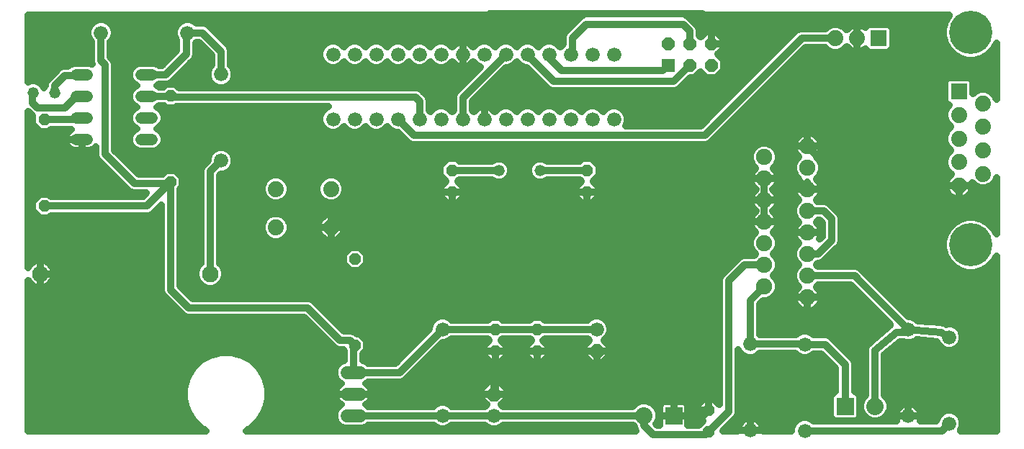
<source format=gbl>
G75*
%MOIN*%
%OFA0B0*%
%FSLAX25Y25*%
%IPPOS*%
%LPD*%
%AMOC8*
5,1,8,0,0,1.08239X$1,22.5*
%
%ADD10C,0.07677*%
%ADD11OC8,0.05600*%
%ADD12C,0.06600*%
%ADD13C,0.05200*%
%ADD14R,0.06000X0.06000*%
%ADD15OC8,0.06000*%
%ADD16R,0.07400X0.07400*%
%ADD17C,0.07400*%
%ADD18C,0.05200*%
%ADD19OC8,0.05200*%
%ADD20C,0.07480*%
%ADD21R,0.08000X0.08000*%
%ADD22C,0.08000*%
%ADD23C,0.20000*%
%ADD24C,0.06000*%
%ADD25OC8,0.06600*%
%ADD26C,0.03200*%
D10*
X0015011Y0082039D03*
X0093752Y0082039D03*
D11*
X0205661Y0120011D03*
X0205661Y0130011D03*
X0268161Y0130011D03*
X0268161Y0120011D03*
X0245100Y0056350D03*
X0225661Y0056261D03*
X0225661Y0046261D03*
X0245100Y0046350D03*
X0324539Y0018939D03*
X0324539Y0008939D03*
D12*
X0343761Y0009539D03*
X0368939Y0009411D03*
X0416911Y0016261D03*
X0435789Y0012689D03*
X0368939Y0049411D03*
X0343761Y0049539D03*
X0272600Y0056350D03*
X0201350Y0056350D03*
X0201350Y0016350D03*
X0225100Y0016350D03*
X0416911Y0056261D03*
X0435789Y0052689D03*
X0280661Y0153761D03*
X0270661Y0153761D03*
X0260661Y0153761D03*
X0250661Y0153761D03*
X0240661Y0153761D03*
X0230661Y0153761D03*
X0220661Y0153761D03*
X0210661Y0153761D03*
X0200661Y0153761D03*
X0190661Y0153761D03*
X0180661Y0153761D03*
X0170661Y0153761D03*
X0160661Y0153761D03*
X0150661Y0153761D03*
X0098761Y0134539D03*
X0098761Y0174539D03*
X0083161Y0193761D03*
X0043161Y0193761D03*
X0150661Y0183761D03*
X0160661Y0183761D03*
X0170661Y0183761D03*
X0180661Y0183761D03*
X0190661Y0183761D03*
X0200661Y0183761D03*
X0210661Y0183761D03*
X0220661Y0183761D03*
X0230661Y0183761D03*
X0240661Y0183761D03*
X0250661Y0183761D03*
X0260661Y0183761D03*
X0270661Y0183761D03*
X0280661Y0183761D03*
D13*
X0066893Y0174381D02*
X0061693Y0174381D01*
X0061693Y0164381D02*
X0066893Y0164381D01*
X0066893Y0154381D02*
X0061693Y0154381D01*
X0061693Y0144381D02*
X0066893Y0144381D01*
X0036893Y0144381D02*
X0031693Y0144381D01*
X0031693Y0154381D02*
X0036893Y0154381D01*
X0036893Y0164381D02*
X0031693Y0164381D01*
X0031693Y0174381D02*
X0036893Y0174381D01*
D14*
X0305661Y0178761D03*
D15*
X0315661Y0178761D03*
X0325661Y0178761D03*
X0325661Y0188761D03*
X0315661Y0188761D03*
X0305661Y0188761D03*
D16*
X0403161Y0191261D03*
X0440317Y0166507D03*
D17*
X0451498Y0161035D03*
X0440317Y0155602D03*
X0451498Y0150130D03*
X0440317Y0144696D03*
X0451498Y0139263D03*
X0440317Y0133791D03*
X0451498Y0128358D03*
X0440317Y0122885D03*
X0393161Y0191261D03*
X0383161Y0191261D03*
X0149711Y0121411D03*
X0124111Y0121411D03*
X0124111Y0103611D03*
X0149711Y0103611D03*
D18*
X0227411Y0130011D03*
X0246411Y0130011D03*
X0021744Y0166094D03*
X0011744Y0166094D03*
D19*
X0016980Y0153466D03*
X0075464Y0164480D03*
X0075464Y0124480D03*
X0016980Y0113466D03*
X0160789Y0088939D03*
X0160789Y0048939D03*
D20*
X0350198Y0076202D03*
X0350198Y0086202D03*
X0370198Y0081202D03*
X0370198Y0071202D03*
X0370198Y0091202D03*
X0370198Y0101202D03*
X0350198Y0096202D03*
X0350198Y0106202D03*
X0350198Y0116202D03*
X0370198Y0111202D03*
X0370198Y0121202D03*
X0350198Y0126202D03*
X0370198Y0131202D03*
X0370198Y0141202D03*
X0350198Y0136202D03*
D21*
X0387689Y0020661D03*
X0308289Y0016439D03*
D22*
X0294509Y0016439D03*
X0401468Y0020661D03*
D23*
X0445907Y0095484D03*
X0445907Y0193909D03*
D24*
X0163100Y0036350D02*
X0157100Y0036350D01*
X0157100Y0026350D02*
X0163100Y0026350D01*
X0163100Y0016350D02*
X0157100Y0016350D01*
D25*
X0225100Y0026350D03*
X0272600Y0046350D03*
D26*
X0009320Y0079020D02*
X0009320Y0009379D01*
X0091894Y0009379D01*
X0089250Y0010906D01*
X0085656Y0014500D01*
X0083115Y0018900D01*
X0081800Y0023809D01*
X0081800Y0028891D01*
X0083115Y0033800D01*
X0085656Y0038200D01*
X0089250Y0041794D01*
X0093650Y0044335D01*
X0098559Y0045650D01*
X0103641Y0045650D01*
X0108550Y0044335D01*
X0112950Y0041794D01*
X0116544Y0038200D01*
X0119085Y0033800D01*
X0120400Y0028891D01*
X0120400Y0023809D01*
X0119085Y0018900D01*
X0116544Y0014500D01*
X0112950Y0010906D01*
X0110306Y0009379D01*
X0290848Y0009379D01*
X0290779Y0009448D01*
X0290109Y0011065D01*
X0290109Y0011222D01*
X0289381Y0011950D01*
X0229327Y0011950D01*
X0228555Y0011179D01*
X0226313Y0010250D01*
X0223887Y0010250D01*
X0221645Y0011179D01*
X0220873Y0011950D01*
X0205577Y0011950D01*
X0204805Y0011179D01*
X0202563Y0010250D01*
X0200137Y0010250D01*
X0197895Y0011179D01*
X0197123Y0011950D01*
X0166902Y0011950D01*
X0166385Y0011433D01*
X0164254Y0010550D01*
X0155946Y0010550D01*
X0153815Y0011433D01*
X0152183Y0013065D01*
X0151300Y0015196D01*
X0151300Y0017504D01*
X0152183Y0019635D01*
X0153815Y0021267D01*
X0154326Y0021479D01*
X0154165Y0021560D01*
X0153452Y0022079D01*
X0152829Y0022702D01*
X0152310Y0023415D01*
X0151910Y0024200D01*
X0151638Y0025039D01*
X0151500Y0025909D01*
X0151500Y0026350D01*
X0160100Y0026350D01*
X0225100Y0026350D01*
X0225661Y0026911D01*
X0225661Y0046261D01*
X0225661Y0040861D01*
X0227898Y0040861D01*
X0231061Y0044025D01*
X0231061Y0046261D01*
X0225661Y0046261D01*
X0225661Y0046261D01*
X0225661Y0040861D01*
X0223424Y0040861D01*
X0220261Y0044025D01*
X0220261Y0046261D01*
X0225661Y0046261D01*
X0225661Y0046261D01*
X0225661Y0046261D01*
X0225750Y0046350D01*
X0245100Y0046350D01*
X0272600Y0046350D01*
X0293850Y0046350D01*
X0308289Y0031911D01*
X0308289Y0016439D01*
X0308289Y0016439D01*
X0308289Y0023039D01*
X0304033Y0023039D01*
X0303531Y0022939D01*
X0303057Y0022743D01*
X0302632Y0022458D01*
X0302269Y0022096D01*
X0301985Y0021670D01*
X0301789Y0021197D01*
X0301689Y0020695D01*
X0301689Y0016439D01*
X0308289Y0016439D01*
X0308289Y0023039D01*
X0312545Y0023039D01*
X0313047Y0022939D01*
X0313521Y0022743D01*
X0313946Y0022458D01*
X0314309Y0022096D01*
X0314593Y0021670D01*
X0314789Y0021197D01*
X0314889Y0020695D01*
X0314889Y0016439D01*
X0308289Y0016439D01*
X0308289Y0016439D01*
X0308289Y0016439D01*
X0322039Y0016439D01*
X0324539Y0018939D01*
X0324539Y0018939D01*
X0324539Y0024339D01*
X0322302Y0024339D01*
X0319139Y0021175D01*
X0319139Y0018939D01*
X0324539Y0018939D01*
X0324539Y0024339D01*
X0326776Y0024339D01*
X0329450Y0021664D01*
X0329450Y0077975D01*
X0329450Y0079725D01*
X0330120Y0081342D01*
X0337472Y0088695D01*
X0338710Y0089932D01*
X0340327Y0090602D01*
X0345349Y0090602D01*
X0345949Y0091202D01*
X0344654Y0092498D01*
X0343658Y0094901D01*
X0343658Y0097503D01*
X0344654Y0099907D01*
X0346094Y0101347D01*
X0346068Y0101366D01*
X0345362Y0102072D01*
X0344776Y0102879D01*
X0344323Y0103769D01*
X0344014Y0104718D01*
X0343858Y0105703D01*
X0343858Y0106202D01*
X0350198Y0106202D01*
X0350198Y0106202D01*
X0343858Y0106202D01*
X0343858Y0106701D01*
X0344014Y0107687D01*
X0344323Y0108636D01*
X0344776Y0109525D01*
X0345362Y0110333D01*
X0346068Y0111038D01*
X0346294Y0111202D01*
X0346068Y0111366D01*
X0345362Y0112072D01*
X0344776Y0112879D01*
X0344323Y0113769D01*
X0344014Y0114718D01*
X0343858Y0115703D01*
X0343858Y0116202D01*
X0350198Y0116202D01*
X0350198Y0116202D01*
X0350198Y0116202D01*
X0350198Y0106202D01*
X0350198Y0106202D01*
X0350199Y0106202D02*
X0350199Y0106202D01*
X0356539Y0106202D01*
X0356539Y0105703D01*
X0356382Y0104718D01*
X0356074Y0103769D01*
X0355621Y0102879D01*
X0355034Y0102072D01*
X0354329Y0101366D01*
X0354303Y0101347D01*
X0355743Y0099907D01*
X0356739Y0097503D01*
X0356739Y0094901D01*
X0355743Y0092498D01*
X0354448Y0091202D01*
X0355743Y0089907D01*
X0356739Y0087503D01*
X0356739Y0084901D01*
X0355743Y0082498D01*
X0354448Y0081202D01*
X0355743Y0079907D01*
X0356739Y0077503D01*
X0356739Y0074901D01*
X0355743Y0072498D01*
X0353903Y0070658D01*
X0351499Y0069662D01*
X0349881Y0069662D01*
X0348161Y0067943D01*
X0348161Y0053939D01*
X0364840Y0053939D01*
X0365483Y0054582D01*
X0367725Y0055511D01*
X0370152Y0055511D01*
X0372394Y0054582D01*
X0373165Y0053811D01*
X0379164Y0053811D01*
X0380781Y0053141D01*
X0390092Y0043830D01*
X0391330Y0042592D01*
X0392000Y0040975D01*
X0392000Y0027461D01*
X0392246Y0027461D01*
X0393275Y0027035D01*
X0394062Y0026247D01*
X0394489Y0025218D01*
X0394489Y0016104D01*
X0394062Y0015075D01*
X0393275Y0014287D01*
X0392246Y0013861D01*
X0383132Y0013861D01*
X0382103Y0014287D01*
X0381315Y0015075D01*
X0380889Y0016104D01*
X0380889Y0025218D01*
X0381315Y0026247D01*
X0382103Y0027035D01*
X0383132Y0027461D01*
X0383200Y0027461D01*
X0383200Y0038277D01*
X0376466Y0045011D01*
X0373165Y0045011D01*
X0372394Y0044240D01*
X0370152Y0043311D01*
X0367725Y0043311D01*
X0365483Y0044240D01*
X0364584Y0045139D01*
X0347988Y0045139D01*
X0347217Y0044368D01*
X0344975Y0043439D01*
X0342548Y0043439D01*
X0340306Y0044368D01*
X0338590Y0046084D01*
X0338250Y0046905D01*
X0338250Y0017374D01*
X0337580Y0015757D01*
X0336342Y0014519D01*
X0331202Y0009379D01*
X0337861Y0009379D01*
X0337861Y0009539D01*
X0343761Y0009539D01*
X0343761Y0009539D01*
X0337861Y0009539D01*
X0337861Y0010003D01*
X0338007Y0010921D01*
X0338294Y0011804D01*
X0338715Y0012631D01*
X0339261Y0013383D01*
X0339918Y0014039D01*
X0340669Y0014585D01*
X0341497Y0015007D01*
X0342380Y0015294D01*
X0343297Y0015439D01*
X0343761Y0015439D01*
X0343761Y0009539D01*
X0343761Y0009539D01*
X0343761Y0015439D01*
X0344226Y0015439D01*
X0345143Y0015294D01*
X0346026Y0015007D01*
X0346854Y0014585D01*
X0347605Y0014039D01*
X0348262Y0013383D01*
X0348808Y0012631D01*
X0349229Y0011804D01*
X0349516Y0010921D01*
X0349661Y0010003D01*
X0349661Y0009539D01*
X0343762Y0009539D01*
X0343762Y0009539D01*
X0349661Y0009539D01*
X0349661Y0009379D01*
X0362839Y0009379D01*
X0362839Y0010624D01*
X0363767Y0012866D01*
X0365483Y0014582D01*
X0367725Y0015511D01*
X0370152Y0015511D01*
X0372394Y0014582D01*
X0373165Y0013811D01*
X0411538Y0013811D01*
X0411443Y0013997D01*
X0411156Y0014880D01*
X0411011Y0015797D01*
X0411011Y0016261D01*
X0416911Y0016261D01*
X0416911Y0016261D01*
X0416911Y0016261D01*
X0422811Y0016261D01*
X0422811Y0015797D01*
X0422666Y0014880D01*
X0422379Y0013997D01*
X0422284Y0013811D01*
X0429689Y0013811D01*
X0429689Y0013902D01*
X0430618Y0016144D01*
X0432334Y0017860D01*
X0434576Y0018789D01*
X0437002Y0018789D01*
X0439244Y0017860D01*
X0440960Y0016144D01*
X0441889Y0013902D01*
X0441889Y0011475D01*
X0441021Y0009379D01*
X0457750Y0009379D01*
X0457750Y0090396D01*
X0456150Y0087624D01*
X0453766Y0085241D01*
X0450848Y0083556D01*
X0447592Y0082684D01*
X0444222Y0082684D01*
X0440966Y0083556D01*
X0438048Y0085241D01*
X0435665Y0087624D01*
X0433979Y0090543D01*
X0433107Y0093799D01*
X0433107Y0097169D01*
X0433979Y0100424D01*
X0435665Y0103343D01*
X0438048Y0105726D01*
X0440966Y0107412D01*
X0444222Y0108284D01*
X0447592Y0108284D01*
X0450848Y0107412D01*
X0453766Y0105726D01*
X0456150Y0103343D01*
X0457750Y0100571D01*
X0457750Y0126467D01*
X0457008Y0124676D01*
X0455180Y0122847D01*
X0452791Y0121858D01*
X0450205Y0121858D01*
X0447816Y0122847D01*
X0446491Y0124172D01*
X0446617Y0123381D01*
X0446617Y0122885D01*
X0440317Y0122885D01*
X0440317Y0122885D01*
X0440317Y0116585D01*
X0440812Y0116585D01*
X0441792Y0116741D01*
X0442735Y0117047D01*
X0443618Y0117497D01*
X0444421Y0118080D01*
X0445122Y0118781D01*
X0445705Y0119584D01*
X0446155Y0120467D01*
X0446461Y0121410D01*
X0446617Y0122390D01*
X0446617Y0122885D01*
X0440317Y0122885D01*
X0440316Y0122885D01*
X0434017Y0122885D01*
X0434017Y0122390D01*
X0434172Y0121410D01*
X0434478Y0120467D01*
X0434928Y0119584D01*
X0435511Y0118781D01*
X0436212Y0118080D01*
X0437015Y0117497D01*
X0437898Y0117047D01*
X0438841Y0116741D01*
X0439821Y0116585D01*
X0440316Y0116585D01*
X0440316Y0122885D01*
X0440316Y0122885D01*
X0434017Y0122885D01*
X0434017Y0123381D01*
X0434172Y0124361D01*
X0434478Y0125304D01*
X0434928Y0126187D01*
X0435511Y0126990D01*
X0436212Y0127691D01*
X0436883Y0128178D01*
X0436635Y0128281D01*
X0434806Y0130109D01*
X0433817Y0132498D01*
X0433817Y0135084D01*
X0434806Y0137473D01*
X0436577Y0139244D01*
X0434806Y0141014D01*
X0433817Y0143404D01*
X0433817Y0145989D01*
X0434806Y0148378D01*
X0436577Y0150149D01*
X0434806Y0151920D01*
X0433817Y0154309D01*
X0433817Y0156895D01*
X0434806Y0159284D01*
X0435685Y0160163D01*
X0435030Y0160434D01*
X0434243Y0161221D01*
X0433817Y0162251D01*
X0433817Y0170764D01*
X0434243Y0171794D01*
X0435030Y0172581D01*
X0436060Y0173007D01*
X0444573Y0173007D01*
X0445603Y0172581D01*
X0446390Y0171794D01*
X0446817Y0170764D01*
X0446817Y0165546D01*
X0447816Y0166545D01*
X0450205Y0167535D01*
X0452791Y0167535D01*
X0455180Y0166545D01*
X0457008Y0164717D01*
X0457750Y0162926D01*
X0457750Y0188822D01*
X0456150Y0186050D01*
X0453766Y0183666D01*
X0450848Y0181981D01*
X0447592Y0181109D01*
X0444222Y0181109D01*
X0440966Y0181981D01*
X0438048Y0183666D01*
X0435665Y0186050D01*
X0433979Y0188968D01*
X0433107Y0192224D01*
X0433107Y0195594D01*
X0433979Y0198850D01*
X0435665Y0201768D01*
X0435800Y0201904D01*
X0313708Y0201904D01*
X0315092Y0201330D01*
X0316330Y0200092D01*
X0319391Y0197031D01*
X0320061Y0195414D01*
X0320061Y0192564D01*
X0320802Y0191822D01*
X0323341Y0194361D01*
X0325661Y0194361D01*
X0325661Y0188762D01*
X0325661Y0194361D01*
X0327981Y0194361D01*
X0331261Y0191081D01*
X0331261Y0188761D01*
X0325661Y0188761D01*
X0325661Y0188761D01*
X0325661Y0198289D01*
X0321350Y0202600D01*
X0223161Y0202600D01*
X0210661Y0190100D01*
X0210661Y0183761D01*
X0210661Y0177861D01*
X0211125Y0177861D01*
X0212043Y0178007D01*
X0212926Y0178294D01*
X0213753Y0178715D01*
X0214505Y0179261D01*
X0215161Y0179918D01*
X0215473Y0180347D01*
X0215490Y0180306D01*
X0217206Y0178590D01*
X0218663Y0177986D01*
X0206931Y0166254D01*
X0206261Y0164637D01*
X0206261Y0157988D01*
X0205661Y0157388D01*
X0204116Y0158933D01*
X0201874Y0159861D01*
X0199448Y0159861D01*
X0197206Y0158933D01*
X0195661Y0157388D01*
X0195061Y0157988D01*
X0195061Y0162914D01*
X0194391Y0164531D01*
X0192580Y0166342D01*
X0191342Y0167580D01*
X0189725Y0168250D01*
X0079331Y0168250D01*
X0077701Y0169880D01*
X0073227Y0169880D01*
X0072129Y0168781D01*
X0070130Y0168781D01*
X0069952Y0168959D01*
X0068933Y0169381D01*
X0069952Y0169804D01*
X0070130Y0169981D01*
X0074007Y0169981D01*
X0075624Y0170651D01*
X0085092Y0180120D01*
X0086330Y0181358D01*
X0087000Y0182975D01*
X0087000Y0188974D01*
X0087388Y0189361D01*
X0088366Y0189361D01*
X0094450Y0183277D01*
X0094450Y0178854D01*
X0093590Y0177994D01*
X0092661Y0175752D01*
X0092661Y0173326D01*
X0093590Y0171084D01*
X0095306Y0169368D01*
X0097548Y0168439D01*
X0099975Y0168439D01*
X0102217Y0169368D01*
X0103933Y0171084D01*
X0104861Y0173326D01*
X0104861Y0175752D01*
X0103933Y0177994D01*
X0103250Y0178677D01*
X0103250Y0185975D01*
X0102580Y0187592D01*
X0101342Y0188830D01*
X0092681Y0197492D01*
X0091064Y0198161D01*
X0087388Y0198161D01*
X0086616Y0198933D01*
X0084374Y0199861D01*
X0081948Y0199861D01*
X0079706Y0198933D01*
X0077990Y0197217D01*
X0077061Y0194975D01*
X0077061Y0192548D01*
X0077990Y0190306D01*
X0078200Y0190096D01*
X0078200Y0185673D01*
X0071309Y0178781D01*
X0070130Y0178781D01*
X0069952Y0178959D01*
X0067967Y0179781D01*
X0060619Y0179781D01*
X0058634Y0178959D01*
X0057115Y0177440D01*
X0056293Y0175456D01*
X0056293Y0173307D01*
X0057115Y0171323D01*
X0058634Y0169804D01*
X0059653Y0169381D01*
X0058634Y0168959D01*
X0057115Y0167440D01*
X0056293Y0165456D01*
X0056293Y0163307D01*
X0057115Y0161323D01*
X0058634Y0159804D01*
X0059653Y0159381D01*
X0058634Y0158959D01*
X0057115Y0157440D01*
X0056293Y0155456D01*
X0056293Y0153307D01*
X0057115Y0151323D01*
X0058634Y0149804D01*
X0059653Y0149381D01*
X0058634Y0148959D01*
X0057115Y0147440D01*
X0056293Y0145456D01*
X0056293Y0143307D01*
X0057115Y0141323D01*
X0058634Y0139804D01*
X0060619Y0138981D01*
X0067967Y0138981D01*
X0069952Y0139804D01*
X0071471Y0141323D01*
X0072293Y0143307D01*
X0072293Y0145456D01*
X0071471Y0147440D01*
X0069952Y0148959D01*
X0068933Y0149381D01*
X0069952Y0149804D01*
X0071471Y0151323D01*
X0072293Y0153307D01*
X0072293Y0155456D01*
X0071471Y0157440D01*
X0069952Y0158959D01*
X0068933Y0159381D01*
X0069952Y0159804D01*
X0070130Y0159981D01*
X0072326Y0159981D01*
X0073227Y0159080D01*
X0077701Y0159080D01*
X0078071Y0159450D01*
X0148454Y0159450D01*
X0147206Y0158933D01*
X0145490Y0157217D01*
X0144561Y0154975D01*
X0144561Y0152548D01*
X0145490Y0150306D01*
X0147206Y0148590D01*
X0149448Y0147661D01*
X0151874Y0147661D01*
X0154116Y0148590D01*
X0155661Y0150135D01*
X0157206Y0148590D01*
X0159448Y0147661D01*
X0161874Y0147661D01*
X0164116Y0148590D01*
X0165661Y0150135D01*
X0167206Y0148590D01*
X0169448Y0147661D01*
X0171874Y0147661D01*
X0174116Y0148590D01*
X0175661Y0150135D01*
X0177206Y0148590D01*
X0179448Y0147661D01*
X0180538Y0147661D01*
X0185580Y0142620D01*
X0187197Y0141950D01*
X0323475Y0141950D01*
X0325092Y0142620D01*
X0369423Y0186950D01*
X0378280Y0186950D01*
X0379479Y0185751D01*
X0381868Y0184761D01*
X0384454Y0184761D01*
X0386843Y0185751D01*
X0388311Y0187219D01*
X0388356Y0187157D01*
X0389057Y0186456D01*
X0389859Y0185873D01*
X0390743Y0185423D01*
X0391686Y0185117D01*
X0392665Y0184961D01*
X0393161Y0184961D01*
X0393657Y0184961D01*
X0394636Y0185117D01*
X0395579Y0185423D01*
X0396463Y0185873D01*
X0396975Y0186245D01*
X0397087Y0185975D01*
X0397875Y0185188D01*
X0398904Y0184761D01*
X0407418Y0184761D01*
X0408447Y0185188D01*
X0409235Y0185975D01*
X0409661Y0187004D01*
X0409661Y0195518D01*
X0409235Y0196547D01*
X0408447Y0197335D01*
X0407418Y0197761D01*
X0398904Y0197761D01*
X0397875Y0197335D01*
X0397087Y0196547D01*
X0396975Y0196277D01*
X0396463Y0196650D01*
X0395579Y0197100D01*
X0394636Y0197406D01*
X0393657Y0197561D01*
X0393161Y0197561D01*
X0393161Y0191262D01*
X0393161Y0197561D01*
X0392665Y0197561D01*
X0391686Y0197406D01*
X0390743Y0197100D01*
X0389859Y0196650D01*
X0389057Y0196067D01*
X0388356Y0195366D01*
X0388311Y0195304D01*
X0386843Y0196772D01*
X0384454Y0197761D01*
X0381868Y0197761D01*
X0379479Y0196772D01*
X0378457Y0195750D01*
X0366725Y0195750D01*
X0365108Y0195080D01*
X0363870Y0193842D01*
X0320777Y0150750D01*
X0286016Y0150750D01*
X0286761Y0152548D01*
X0286761Y0154975D01*
X0285832Y0157217D01*
X0284116Y0158933D01*
X0281874Y0159861D01*
X0279448Y0159861D01*
X0277206Y0158933D01*
X0275661Y0157388D01*
X0274116Y0158933D01*
X0271874Y0159861D01*
X0269448Y0159861D01*
X0267206Y0158933D01*
X0265661Y0157388D01*
X0264116Y0158933D01*
X0261874Y0159861D01*
X0259448Y0159861D01*
X0257206Y0158933D01*
X0255661Y0157388D01*
X0254116Y0158933D01*
X0251874Y0159861D01*
X0249448Y0159861D01*
X0247206Y0158933D01*
X0245661Y0157388D01*
X0244116Y0158933D01*
X0241874Y0159861D01*
X0239448Y0159861D01*
X0237206Y0158933D01*
X0235661Y0157388D01*
X0234116Y0158933D01*
X0231874Y0159861D01*
X0229448Y0159861D01*
X0227206Y0158933D01*
X0225490Y0157217D01*
X0225473Y0157176D01*
X0225161Y0157605D01*
X0224505Y0158262D01*
X0223753Y0158808D01*
X0222926Y0159229D01*
X0222043Y0159516D01*
X0221125Y0159661D01*
X0220661Y0159661D01*
X0220197Y0159661D01*
X0219279Y0159516D01*
X0218396Y0159229D01*
X0217569Y0158808D01*
X0216817Y0158262D01*
X0216161Y0157605D01*
X0215849Y0157176D01*
X0215832Y0157217D01*
X0215061Y0157988D01*
X0215061Y0161939D01*
X0230784Y0177661D01*
X0231874Y0177661D01*
X0234116Y0178590D01*
X0235661Y0180135D01*
X0237206Y0178590D01*
X0239448Y0177661D01*
X0240066Y0177661D01*
X0248870Y0168858D01*
X0250108Y0167620D01*
X0251725Y0166950D01*
X0309125Y0166950D01*
X0310742Y0167620D01*
X0316084Y0172961D01*
X0318063Y0172961D01*
X0320661Y0175559D01*
X0323259Y0172961D01*
X0328063Y0172961D01*
X0331461Y0176359D01*
X0331461Y0181164D01*
X0328722Y0183903D01*
X0331261Y0186442D01*
X0331261Y0188761D01*
X0325661Y0188761D01*
X0325661Y0188762D02*
X0325661Y0188762D01*
X0325661Y0189032D02*
X0325661Y0189032D01*
X0325661Y0192231D02*
X0325661Y0192231D01*
X0321211Y0192231D02*
X0320394Y0192231D01*
X0315661Y0194539D02*
X0315661Y0188761D01*
X0315661Y0194539D02*
X0312600Y0197600D01*
X0267600Y0197600D01*
X0261350Y0191350D01*
X0261350Y0184450D01*
X0260661Y0183761D01*
X0256950Y0188677D02*
X0255661Y0187388D01*
X0254116Y0188933D01*
X0251874Y0189861D01*
X0249448Y0189861D01*
X0247206Y0188933D01*
X0245661Y0187388D01*
X0244116Y0188933D01*
X0241874Y0189861D01*
X0239448Y0189861D01*
X0237206Y0188933D01*
X0235661Y0187388D01*
X0234116Y0188933D01*
X0231874Y0189861D01*
X0229448Y0189861D01*
X0227206Y0188933D01*
X0225661Y0187388D01*
X0224116Y0188933D01*
X0221874Y0189861D01*
X0219448Y0189861D01*
X0217206Y0188933D01*
X0215490Y0187217D01*
X0215473Y0187176D01*
X0215161Y0187605D01*
X0214505Y0188262D01*
X0213753Y0188808D01*
X0212926Y0189229D01*
X0212043Y0189516D01*
X0211125Y0189661D01*
X0210661Y0189661D01*
X0210197Y0189661D01*
X0209279Y0189516D01*
X0208396Y0189229D01*
X0207569Y0188808D01*
X0206817Y0188262D01*
X0206161Y0187605D01*
X0205849Y0187176D01*
X0205832Y0187217D01*
X0204116Y0188933D01*
X0201874Y0189861D01*
X0199448Y0189861D01*
X0197206Y0188933D01*
X0195661Y0187388D01*
X0194116Y0188933D01*
X0191874Y0189861D01*
X0189448Y0189861D01*
X0187206Y0188933D01*
X0185661Y0187388D01*
X0184116Y0188933D01*
X0181874Y0189861D01*
X0179448Y0189861D01*
X0177206Y0188933D01*
X0175661Y0187388D01*
X0174116Y0188933D01*
X0171874Y0189861D01*
X0169448Y0189861D01*
X0167206Y0188933D01*
X0165661Y0187388D01*
X0164116Y0188933D01*
X0161874Y0189861D01*
X0159448Y0189861D01*
X0157206Y0188933D01*
X0155661Y0187388D01*
X0154116Y0188933D01*
X0151874Y0189861D01*
X0149448Y0189861D01*
X0147206Y0188933D01*
X0145490Y0187217D01*
X0144561Y0184975D01*
X0144561Y0182548D01*
X0145490Y0180306D01*
X0147206Y0178590D01*
X0149448Y0177661D01*
X0151874Y0177661D01*
X0154116Y0178590D01*
X0155661Y0180135D01*
X0157206Y0178590D01*
X0159448Y0177661D01*
X0161874Y0177661D01*
X0164116Y0178590D01*
X0165661Y0180135D01*
X0167206Y0178590D01*
X0169448Y0177661D01*
X0171874Y0177661D01*
X0174116Y0178590D01*
X0175661Y0180135D01*
X0177206Y0178590D01*
X0179448Y0177661D01*
X0181874Y0177661D01*
X0184116Y0178590D01*
X0185661Y0180135D01*
X0187206Y0178590D01*
X0189448Y0177661D01*
X0191874Y0177661D01*
X0194116Y0178590D01*
X0195661Y0180135D01*
X0197206Y0178590D01*
X0199448Y0177661D01*
X0201874Y0177661D01*
X0204116Y0178590D01*
X0205832Y0180306D01*
X0205849Y0180347D01*
X0206161Y0179918D01*
X0206817Y0179261D01*
X0207569Y0178715D01*
X0208396Y0178294D01*
X0209279Y0178007D01*
X0210197Y0177861D01*
X0210661Y0177861D01*
X0210661Y0183761D01*
X0210661Y0183761D01*
X0210661Y0183762D02*
X0210661Y0189661D01*
X0210661Y0183762D01*
X0210661Y0183762D01*
X0210661Y0182635D02*
X0210661Y0182635D01*
X0210661Y0185834D02*
X0210661Y0185834D01*
X0210661Y0189032D02*
X0210661Y0189032D01*
X0208010Y0189032D02*
X0203876Y0189032D01*
X0213312Y0189032D02*
X0217446Y0189032D01*
X0223876Y0189032D02*
X0227446Y0189032D01*
X0233876Y0189032D02*
X0237446Y0189032D01*
X0243876Y0189032D02*
X0247446Y0189032D01*
X0253876Y0189032D02*
X0256950Y0189032D01*
X0256950Y0188677D02*
X0256950Y0192225D01*
X0257620Y0193842D01*
X0258858Y0195080D01*
X0265108Y0201330D01*
X0266492Y0201904D01*
X0009320Y0201904D01*
X0009320Y0170935D01*
X0010670Y0171494D01*
X0012818Y0171494D01*
X0014803Y0170672D01*
X0016322Y0169153D01*
X0016744Y0168134D01*
X0017166Y0169153D01*
X0017344Y0169331D01*
X0017344Y0170119D01*
X0018014Y0171736D01*
X0022620Y0176342D01*
X0023858Y0177580D01*
X0025475Y0178250D01*
X0027925Y0178250D01*
X0028634Y0178959D01*
X0030619Y0179781D01*
X0037967Y0179781D01*
X0038992Y0179357D01*
X0038761Y0179914D01*
X0038761Y0189535D01*
X0037990Y0190306D01*
X0037061Y0192548D01*
X0037061Y0194975D01*
X0037990Y0197217D01*
X0039706Y0198933D01*
X0041948Y0199861D01*
X0044374Y0199861D01*
X0046616Y0198933D01*
X0048332Y0197217D01*
X0049261Y0194975D01*
X0049261Y0192548D01*
X0048332Y0190306D01*
X0047561Y0189535D01*
X0047561Y0182612D01*
X0047592Y0182580D01*
X0048830Y0181342D01*
X0049500Y0179725D01*
X0049500Y0139423D01*
X0060673Y0128250D01*
X0071598Y0128250D01*
X0073227Y0129880D01*
X0077701Y0129880D01*
X0080864Y0126717D01*
X0080864Y0122243D01*
X0079864Y0121243D01*
X0079864Y0076558D01*
X0085673Y0070750D01*
X0139725Y0070750D01*
X0141342Y0070080D01*
X0155673Y0055750D01*
X0159253Y0055750D01*
X0160870Y0055080D01*
X0161612Y0054339D01*
X0163026Y0054339D01*
X0166189Y0051175D01*
X0166189Y0046702D01*
X0164500Y0045013D01*
X0164500Y0042048D01*
X0166385Y0041267D01*
X0166902Y0040750D01*
X0179527Y0040750D01*
X0195250Y0056473D01*
X0195250Y0057563D01*
X0196179Y0059805D01*
X0197895Y0061521D01*
X0200137Y0062450D01*
X0202563Y0062450D01*
X0204805Y0061521D01*
X0205577Y0060750D01*
X0222230Y0060750D01*
X0223341Y0061861D01*
X0227981Y0061861D01*
X0229181Y0060661D01*
X0241492Y0060661D01*
X0242780Y0061950D01*
X0247420Y0061950D01*
X0248620Y0060750D01*
X0268373Y0060750D01*
X0269145Y0061521D01*
X0271387Y0062450D01*
X0273813Y0062450D01*
X0276055Y0061521D01*
X0277771Y0059805D01*
X0278700Y0057563D01*
X0278700Y0055137D01*
X0277771Y0052895D01*
X0276085Y0051209D01*
X0278500Y0048794D01*
X0278500Y0046350D01*
X0272600Y0046350D01*
X0272600Y0046350D01*
X0278500Y0046350D01*
X0278500Y0043906D01*
X0275044Y0040450D01*
X0272600Y0040450D01*
X0272600Y0046350D01*
X0272600Y0046350D01*
X0272600Y0046350D01*
X0266700Y0046350D01*
X0266700Y0048794D01*
X0269115Y0051209D01*
X0268373Y0051950D01*
X0248620Y0051950D01*
X0247878Y0051209D01*
X0250500Y0048587D01*
X0250500Y0046350D01*
X0245100Y0046350D01*
X0245100Y0046350D01*
X0250500Y0046350D01*
X0250500Y0044113D01*
X0247337Y0040950D01*
X0245100Y0040950D01*
X0245100Y0046350D01*
X0245100Y0046350D01*
X0245100Y0046350D01*
X0239700Y0046350D01*
X0239700Y0048587D01*
X0242322Y0051209D01*
X0241669Y0051861D01*
X0229181Y0051861D01*
X0228439Y0051120D01*
X0231061Y0048498D01*
X0231061Y0046261D01*
X0225661Y0046261D01*
X0220261Y0046261D01*
X0220261Y0048498D01*
X0222883Y0051120D01*
X0222053Y0051950D01*
X0205577Y0051950D01*
X0204805Y0051179D01*
X0202563Y0050250D01*
X0201473Y0050250D01*
X0183842Y0032620D01*
X0182225Y0031950D01*
X0166902Y0031950D01*
X0166385Y0031433D01*
X0165874Y0031221D01*
X0166035Y0031140D01*
X0166748Y0030621D01*
X0167371Y0029998D01*
X0167890Y0029285D01*
X0168290Y0028500D01*
X0168562Y0027661D01*
X0168700Y0026791D01*
X0168700Y0026350D01*
X0160100Y0026350D01*
X0160100Y0026350D01*
X0160100Y0026350D01*
X0168700Y0026350D01*
X0168700Y0025909D01*
X0168562Y0025039D01*
X0168290Y0024200D01*
X0167890Y0023415D01*
X0167371Y0022702D01*
X0166748Y0022079D01*
X0166035Y0021560D01*
X0165874Y0021479D01*
X0166385Y0021267D01*
X0166902Y0020750D01*
X0197123Y0020750D01*
X0197895Y0021521D01*
X0200137Y0022450D01*
X0202563Y0022450D01*
X0204805Y0021521D01*
X0205577Y0020750D01*
X0220873Y0020750D01*
X0221615Y0021491D01*
X0219200Y0023906D01*
X0219200Y0026350D01*
X0225100Y0026350D01*
X0225100Y0026350D01*
X0225100Y0032250D01*
X0227544Y0032250D01*
X0231000Y0028794D01*
X0231000Y0026350D01*
X0225100Y0026350D01*
X0225100Y0026350D01*
X0225100Y0026350D01*
X0225100Y0032250D01*
X0222656Y0032250D01*
X0219200Y0028794D01*
X0219200Y0026350D01*
X0225100Y0026350D01*
X0231000Y0026350D01*
X0231000Y0023906D01*
X0228585Y0021491D01*
X0229327Y0020750D01*
X0289204Y0020750D01*
X0290658Y0022203D01*
X0293157Y0023239D01*
X0295862Y0023239D01*
X0298361Y0022203D01*
X0300274Y0020290D01*
X0301309Y0017791D01*
X0301309Y0015086D01*
X0300274Y0012587D01*
X0300180Y0012493D01*
X0300673Y0012000D01*
X0301725Y0012000D01*
X0301689Y0012182D01*
X0301689Y0016439D01*
X0308289Y0016439D01*
X0314889Y0016439D01*
X0314889Y0012182D01*
X0314853Y0012000D01*
X0319681Y0012000D01*
X0321761Y0014080D01*
X0319139Y0016702D01*
X0319139Y0018939D01*
X0324539Y0018939D01*
X0324539Y0018939D01*
X0324539Y0019511D02*
X0324539Y0019511D01*
X0324539Y0022710D02*
X0324539Y0022710D01*
X0328404Y0022710D02*
X0329450Y0022710D01*
X0329450Y0025908D02*
X0231000Y0025908D01*
X0230687Y0029107D02*
X0329450Y0029107D01*
X0329450Y0032305D02*
X0183083Y0032305D01*
X0186726Y0035504D02*
X0329450Y0035504D01*
X0329450Y0038702D02*
X0189925Y0038702D01*
X0193123Y0041901D02*
X0222385Y0041901D01*
X0225661Y0041901D02*
X0225661Y0041901D01*
X0228937Y0041901D02*
X0241912Y0041901D01*
X0242863Y0040950D02*
X0245100Y0040950D01*
X0245100Y0046350D01*
X0239700Y0046350D01*
X0239700Y0044113D01*
X0242863Y0040950D01*
X0245100Y0041901D02*
X0245100Y0041901D01*
X0248288Y0041901D02*
X0268705Y0041901D01*
X0270156Y0040450D02*
X0266700Y0043906D01*
X0266700Y0046350D01*
X0272600Y0046350D01*
X0272600Y0040450D01*
X0270156Y0040450D01*
X0272600Y0041901D02*
X0272600Y0041901D01*
X0276495Y0041901D02*
X0329450Y0041901D01*
X0329450Y0045099D02*
X0278500Y0045099D01*
X0278500Y0048298D02*
X0329450Y0048298D01*
X0329450Y0051496D02*
X0276373Y0051496D01*
X0278517Y0054695D02*
X0329450Y0054695D01*
X0329450Y0057893D02*
X0278563Y0057893D01*
X0276485Y0061092D02*
X0329450Y0061092D01*
X0329450Y0064290D02*
X0147132Y0064290D01*
X0143934Y0067489D02*
X0329450Y0067489D01*
X0329450Y0070687D02*
X0139876Y0070687D01*
X0138850Y0066350D02*
X0153850Y0051350D01*
X0158378Y0051350D01*
X0160789Y0048939D01*
X0160100Y0048250D01*
X0160100Y0036350D01*
X0181350Y0036350D01*
X0201350Y0056350D01*
X0225572Y0056350D01*
X0225661Y0056261D01*
X0245011Y0056261D01*
X0245100Y0056350D01*
X0272600Y0056350D01*
X0268715Y0061092D02*
X0248278Y0061092D01*
X0241922Y0061092D02*
X0228750Y0061092D01*
X0222572Y0061092D02*
X0205235Y0061092D01*
X0197465Y0061092D02*
X0150331Y0061092D01*
X0153529Y0057893D02*
X0195387Y0057893D01*
X0193472Y0054695D02*
X0161255Y0054695D01*
X0165868Y0051496D02*
X0190274Y0051496D01*
X0187075Y0048298D02*
X0166189Y0048298D01*
X0164587Y0045099D02*
X0183877Y0045099D01*
X0180678Y0041901D02*
X0164855Y0041901D01*
X0155700Y0042048D02*
X0155700Y0046391D01*
X0155389Y0046702D01*
X0155389Y0046950D01*
X0152975Y0046950D01*
X0151358Y0047620D01*
X0150120Y0048858D01*
X0137027Y0061950D01*
X0082975Y0061950D01*
X0081358Y0062620D01*
X0080120Y0063858D01*
X0071734Y0072243D01*
X0071064Y0073861D01*
X0071064Y0113857D01*
X0066943Y0109736D01*
X0065326Y0109066D01*
X0020217Y0109066D01*
X0019217Y0108066D01*
X0014743Y0108066D01*
X0011580Y0111229D01*
X0011580Y0115703D01*
X0014743Y0118866D01*
X0019217Y0118866D01*
X0020217Y0117866D01*
X0062628Y0117866D01*
X0064212Y0119450D01*
X0057975Y0119450D01*
X0056358Y0120120D01*
X0055120Y0121358D01*
X0041370Y0135108D01*
X0040700Y0136725D01*
X0040700Y0140835D01*
X0040280Y0140415D01*
X0039618Y0139934D01*
X0038889Y0139562D01*
X0038111Y0139310D01*
X0037302Y0139181D01*
X0034293Y0139181D01*
X0034293Y0144381D01*
X0034293Y0144381D01*
X0034293Y0139181D01*
X0031284Y0139181D01*
X0030475Y0139310D01*
X0029697Y0139562D01*
X0028968Y0139934D01*
X0028305Y0140415D01*
X0027727Y0140994D01*
X0027245Y0141656D01*
X0026874Y0142385D01*
X0026621Y0143164D01*
X0026493Y0143972D01*
X0026493Y0144381D01*
X0034293Y0144381D01*
X0034293Y0144382D01*
X0026493Y0144382D01*
X0026493Y0144791D01*
X0026621Y0145599D01*
X0026874Y0146378D01*
X0027245Y0147107D01*
X0027727Y0147769D01*
X0028305Y0148348D01*
X0028968Y0148829D01*
X0029433Y0149066D01*
X0020217Y0149066D01*
X0019217Y0148066D01*
X0014743Y0148066D01*
X0011580Y0151229D01*
X0011580Y0155028D01*
X0011358Y0155120D01*
X0009320Y0157157D01*
X0009320Y0085058D01*
X0009646Y0085624D01*
X0010160Y0086293D01*
X0010757Y0086890D01*
X0011427Y0087404D01*
X0012158Y0087826D01*
X0012937Y0088149D01*
X0013753Y0088367D01*
X0014589Y0088478D01*
X0015011Y0088478D01*
X0015011Y0082039D01*
X0015011Y0082039D01*
X0015011Y0082039D01*
X0015011Y0075600D01*
X0014589Y0075600D01*
X0013753Y0075711D01*
X0012937Y0075929D01*
X0012158Y0076252D01*
X0011427Y0076674D01*
X0010757Y0077188D01*
X0010160Y0077785D01*
X0009646Y0078454D01*
X0009320Y0079020D01*
X0009320Y0077084D02*
X0010892Y0077084D01*
X0015011Y0077084D02*
X0015011Y0077084D01*
X0015011Y0075600D02*
X0015433Y0075600D01*
X0016270Y0075711D01*
X0017085Y0075929D01*
X0017865Y0076252D01*
X0018596Y0076674D01*
X0019266Y0077188D01*
X0019863Y0077785D01*
X0020376Y0078454D01*
X0020798Y0079185D01*
X0021121Y0079965D01*
X0021340Y0080780D01*
X0021450Y0081617D01*
X0021450Y0082039D01*
X0021450Y0082461D01*
X0021340Y0083298D01*
X0021121Y0084113D01*
X0020798Y0084893D01*
X0020376Y0085624D01*
X0019863Y0086293D01*
X0019266Y0086890D01*
X0018596Y0087404D01*
X0017865Y0087826D01*
X0017085Y0088149D01*
X0016270Y0088367D01*
X0015433Y0088478D01*
X0015011Y0088478D01*
X0015011Y0082039D01*
X0015011Y0075600D01*
X0019131Y0077084D02*
X0071064Y0077084D01*
X0071064Y0080283D02*
X0021207Y0080283D01*
X0021450Y0082039D02*
X0015012Y0082039D01*
X0021450Y0082039D01*
X0021291Y0083482D02*
X0071064Y0083482D01*
X0071064Y0086680D02*
X0019476Y0086680D01*
X0015011Y0086680D02*
X0015011Y0086680D01*
X0010547Y0086680D02*
X0009320Y0086680D01*
X0009320Y0089879D02*
X0071064Y0089879D01*
X0071064Y0093077D02*
X0009320Y0093077D01*
X0009320Y0096276D02*
X0071064Y0096276D01*
X0071064Y0099474D02*
X0009320Y0099474D01*
X0009320Y0102673D02*
X0071064Y0102673D01*
X0071064Y0105871D02*
X0009320Y0105871D01*
X0009320Y0109070D02*
X0013740Y0109070D01*
X0011580Y0112268D02*
X0009320Y0112268D01*
X0009320Y0115467D02*
X0011580Y0115467D01*
X0016980Y0113466D02*
X0064450Y0113466D01*
X0075464Y0124480D01*
X0075464Y0074736D01*
X0083850Y0066350D01*
X0138850Y0066350D01*
X0137886Y0061092D02*
X0009320Y0061092D01*
X0009320Y0057893D02*
X0141084Y0057893D01*
X0144283Y0054695D02*
X0009320Y0054695D01*
X0009320Y0051496D02*
X0147481Y0051496D01*
X0150680Y0048298D02*
X0009320Y0048298D01*
X0009320Y0045099D02*
X0096504Y0045099D01*
X0089435Y0041901D02*
X0009320Y0041901D01*
X0009320Y0038702D02*
X0086158Y0038702D01*
X0084099Y0035504D02*
X0009320Y0035504D01*
X0009320Y0032305D02*
X0082715Y0032305D01*
X0081858Y0029107D02*
X0009320Y0029107D01*
X0009320Y0025908D02*
X0081800Y0025908D01*
X0082095Y0022710D02*
X0009320Y0022710D01*
X0009320Y0019511D02*
X0082952Y0019511D01*
X0084609Y0016313D02*
X0009320Y0016313D01*
X0009320Y0013114D02*
X0087041Y0013114D01*
X0090965Y0009916D02*
X0009320Y0009916D01*
X0105696Y0045099D02*
X0155700Y0045099D01*
X0155700Y0042048D02*
X0153815Y0041267D01*
X0152183Y0039635D01*
X0151300Y0037504D01*
X0151300Y0035196D01*
X0152183Y0033065D01*
X0153815Y0031433D01*
X0154326Y0031221D01*
X0154165Y0031140D01*
X0153452Y0030621D01*
X0152829Y0029998D01*
X0152310Y0029285D01*
X0151910Y0028500D01*
X0151638Y0027661D01*
X0151500Y0026791D01*
X0151500Y0026350D01*
X0160100Y0026350D01*
X0167980Y0029107D02*
X0219513Y0029107D01*
X0219200Y0025908D02*
X0168700Y0025908D01*
X0167377Y0022710D02*
X0220396Y0022710D01*
X0229804Y0022710D02*
X0291880Y0022710D01*
X0297139Y0022710D02*
X0303008Y0022710D01*
X0301689Y0019511D02*
X0300597Y0019511D01*
X0301309Y0016313D02*
X0301689Y0016313D01*
X0301689Y0013114D02*
X0300493Y0013114D01*
X0298850Y0007600D02*
X0294509Y0011941D01*
X0294509Y0016439D01*
X0294421Y0016350D01*
X0225100Y0016350D01*
X0201350Y0016350D01*
X0160100Y0016350D01*
X0152162Y0013114D02*
X0115159Y0013114D01*
X0117591Y0016313D02*
X0151300Y0016313D01*
X0152132Y0019511D02*
X0119248Y0019511D01*
X0120105Y0022710D02*
X0152823Y0022710D01*
X0151500Y0025908D02*
X0120400Y0025908D01*
X0120342Y0029107D02*
X0152220Y0029107D01*
X0152942Y0032305D02*
X0119485Y0032305D01*
X0118101Y0035504D02*
X0151300Y0035504D01*
X0151797Y0038702D02*
X0116042Y0038702D01*
X0112765Y0041901D02*
X0155345Y0041901D01*
X0196322Y0045099D02*
X0220261Y0045099D01*
X0220261Y0048298D02*
X0199520Y0048298D01*
X0205123Y0051496D02*
X0222506Y0051496D01*
X0228816Y0051496D02*
X0242034Y0051496D01*
X0248166Y0051496D02*
X0268827Y0051496D01*
X0266700Y0048298D02*
X0250500Y0048298D01*
X0250500Y0045099D02*
X0266700Y0045099D01*
X0272600Y0045099D02*
X0272600Y0045099D01*
X0245100Y0045099D02*
X0245100Y0045099D01*
X0239700Y0045099D02*
X0231061Y0045099D01*
X0231061Y0048298D02*
X0239700Y0048298D01*
X0225661Y0045099D02*
X0225661Y0045099D01*
X0225100Y0029107D02*
X0225100Y0029107D01*
X0290586Y0009916D02*
X0111235Y0009916D01*
X0079687Y0064290D02*
X0009320Y0064290D01*
X0009320Y0067489D02*
X0076488Y0067489D01*
X0073290Y0070687D02*
X0009320Y0070687D01*
X0009320Y0073886D02*
X0071064Y0073886D01*
X0079864Y0077084D02*
X0089318Y0077084D01*
X0089991Y0076411D02*
X0092431Y0075400D01*
X0095072Y0075400D01*
X0097512Y0076411D01*
X0099379Y0078279D01*
X0100390Y0080718D01*
X0100390Y0083359D01*
X0099379Y0085799D01*
X0098152Y0087027D01*
X0098152Y0127707D01*
X0098884Y0128439D01*
X0099975Y0128439D01*
X0102217Y0129368D01*
X0103933Y0131084D01*
X0104861Y0133326D01*
X0104861Y0135752D01*
X0103933Y0137994D01*
X0102217Y0139710D01*
X0099975Y0140639D01*
X0097548Y0140639D01*
X0095306Y0139710D01*
X0093590Y0137994D01*
X0092661Y0135752D01*
X0092661Y0134662D01*
X0090021Y0132022D01*
X0089352Y0130404D01*
X0089352Y0087027D01*
X0088124Y0085799D01*
X0087113Y0083359D01*
X0087113Y0080718D01*
X0088124Y0078279D01*
X0089991Y0076411D01*
X0087293Y0080283D02*
X0079864Y0080283D01*
X0079864Y0083482D02*
X0087164Y0083482D01*
X0093752Y0082039D02*
X0093752Y0129529D01*
X0098761Y0134539D01*
X0104861Y0134658D02*
X0202388Y0134658D01*
X0203341Y0135611D02*
X0200061Y0132331D01*
X0200061Y0127692D01*
X0202883Y0124870D01*
X0200261Y0122248D01*
X0200261Y0120011D01*
X0200261Y0117775D01*
X0203424Y0114611D01*
X0205661Y0114611D01*
X0207898Y0114611D01*
X0211061Y0117775D01*
X0211061Y0120011D01*
X0205661Y0120011D01*
X0205661Y0114611D01*
X0205661Y0120011D01*
X0205661Y0120011D01*
X0200261Y0120011D01*
X0205661Y0120011D01*
X0205661Y0120011D01*
X0205661Y0120011D01*
X0166111Y0120011D01*
X0149711Y0103611D01*
X0149711Y0097311D01*
X0150207Y0097311D01*
X0151186Y0097467D01*
X0152129Y0097773D01*
X0153013Y0098223D01*
X0153815Y0098806D01*
X0154516Y0099507D01*
X0155099Y0100309D01*
X0155549Y0101193D01*
X0155856Y0102136D01*
X0156011Y0103116D01*
X0156011Y0103611D01*
X0149711Y0103611D01*
X0149711Y0103611D01*
X0149711Y0097311D01*
X0149215Y0097311D01*
X0148236Y0097467D01*
X0147293Y0097773D01*
X0146409Y0098223D01*
X0145607Y0098806D01*
X0144906Y0099507D01*
X0144323Y0100309D01*
X0143873Y0101193D01*
X0143566Y0102136D01*
X0143411Y0103116D01*
X0143411Y0103611D01*
X0149711Y0103611D01*
X0149711Y0103611D01*
X0149711Y0103611D01*
X0156011Y0103611D01*
X0156011Y0104107D01*
X0155856Y0105087D01*
X0155549Y0106030D01*
X0155099Y0106913D01*
X0154516Y0107716D01*
X0153815Y0108417D01*
X0153013Y0109000D01*
X0152129Y0109450D01*
X0151186Y0109756D01*
X0150207Y0109911D01*
X0149711Y0109911D01*
X0149711Y0103612D01*
X0149711Y0109911D01*
X0149215Y0109911D01*
X0148236Y0109756D01*
X0147293Y0109450D01*
X0146409Y0109000D01*
X0145607Y0108417D01*
X0144906Y0107716D01*
X0144323Y0106913D01*
X0143873Y0106030D01*
X0143566Y0105087D01*
X0143411Y0104107D01*
X0143411Y0103611D01*
X0149711Y0103611D01*
X0149711Y0103612D02*
X0149711Y0103612D01*
X0149711Y0102673D02*
X0149711Y0102673D01*
X0149711Y0099474D02*
X0149711Y0099474D01*
X0144939Y0099474D02*
X0129166Y0099474D01*
X0129621Y0099929D02*
X0130611Y0102318D01*
X0130611Y0104904D01*
X0129621Y0107293D01*
X0127793Y0109122D01*
X0125404Y0110111D01*
X0122818Y0110111D01*
X0120429Y0109122D01*
X0118601Y0107293D01*
X0117611Y0104904D01*
X0117611Y0102318D01*
X0118601Y0099929D01*
X0120429Y0098101D01*
X0122818Y0097111D01*
X0125404Y0097111D01*
X0127793Y0098101D01*
X0129621Y0099929D01*
X0130611Y0102673D02*
X0143481Y0102673D01*
X0143821Y0105871D02*
X0130211Y0105871D01*
X0127845Y0109070D02*
X0146546Y0109070D01*
X0149711Y0109070D02*
X0149711Y0109070D01*
X0152876Y0109070D02*
X0344544Y0109070D01*
X0343858Y0105871D02*
X0155601Y0105871D01*
X0149711Y0105871D02*
X0149711Y0105871D01*
X0155941Y0102673D02*
X0344926Y0102673D01*
X0344475Y0099474D02*
X0154483Y0099474D01*
X0158552Y0094339D02*
X0155389Y0091175D01*
X0155389Y0086702D01*
X0158552Y0083539D01*
X0163026Y0083539D01*
X0166189Y0086702D01*
X0166189Y0091175D01*
X0163026Y0094339D01*
X0158552Y0094339D01*
X0157291Y0093077D02*
X0098152Y0093077D01*
X0098152Y0096276D02*
X0343658Y0096276D01*
X0344414Y0093077D02*
X0164287Y0093077D01*
X0166189Y0089879D02*
X0338656Y0089879D01*
X0335457Y0086680D02*
X0166167Y0086680D01*
X0155411Y0086680D02*
X0098499Y0086680D01*
X0098152Y0089879D02*
X0155389Y0089879D01*
X0119056Y0099474D02*
X0098152Y0099474D01*
X0098152Y0102673D02*
X0117611Y0102673D01*
X0118011Y0105871D02*
X0098152Y0105871D01*
X0098152Y0109070D02*
X0120377Y0109070D01*
X0122818Y0114911D02*
X0120429Y0115901D01*
X0118601Y0117729D01*
X0117611Y0120118D01*
X0117611Y0122704D01*
X0118601Y0125093D01*
X0120429Y0126922D01*
X0122818Y0127911D01*
X0125404Y0127911D01*
X0127793Y0126922D01*
X0129621Y0125093D01*
X0130611Y0122704D01*
X0130611Y0120118D01*
X0129621Y0117729D01*
X0127793Y0115901D01*
X0125404Y0114911D01*
X0122818Y0114911D01*
X0121478Y0115467D02*
X0098152Y0115467D01*
X0098152Y0112268D02*
X0345220Y0112268D01*
X0343896Y0115467D02*
X0271253Y0115467D01*
X0270398Y0114611D02*
X0273561Y0117775D01*
X0273561Y0120011D01*
X0268161Y0120011D01*
X0268161Y0114611D01*
X0270398Y0114611D01*
X0268161Y0114611D02*
X0268161Y0120011D01*
X0268161Y0120011D01*
X0262761Y0120011D01*
X0262761Y0117775D01*
X0265924Y0114611D01*
X0268161Y0114611D01*
X0268161Y0115467D02*
X0268161Y0115467D01*
X0265069Y0115467D02*
X0208753Y0115467D01*
X0205661Y0115467D02*
X0205661Y0115467D01*
X0202569Y0115467D02*
X0152344Y0115467D01*
X0153393Y0115901D02*
X0151004Y0114911D01*
X0148418Y0114911D01*
X0146029Y0115901D01*
X0144201Y0117729D01*
X0143211Y0120118D01*
X0143211Y0122704D01*
X0144201Y0125093D01*
X0146029Y0126922D01*
X0148418Y0127911D01*
X0151004Y0127911D01*
X0153393Y0126922D01*
X0155221Y0125093D01*
X0156211Y0122704D01*
X0156211Y0120118D01*
X0155221Y0117729D01*
X0153393Y0115901D01*
X0155609Y0118665D02*
X0200261Y0118665D01*
X0200261Y0121864D02*
X0156211Y0121864D01*
X0155234Y0125062D02*
X0202691Y0125062D01*
X0200061Y0128261D02*
X0098706Y0128261D01*
X0098152Y0125062D02*
X0118588Y0125062D01*
X0117611Y0121864D02*
X0098152Y0121864D01*
X0098152Y0118665D02*
X0118213Y0118665D01*
X0126744Y0115467D02*
X0147078Y0115467D01*
X0143813Y0118665D02*
X0130009Y0118665D01*
X0130611Y0121864D02*
X0143211Y0121864D01*
X0144188Y0125062D02*
X0129634Y0125062D01*
X0104088Y0131459D02*
X0200061Y0131459D01*
X0205661Y0130011D02*
X0227411Y0130011D01*
X0232531Y0128261D02*
X0241291Y0128261D01*
X0241011Y0128937D02*
X0241833Y0126953D01*
X0243352Y0125434D01*
X0245337Y0124611D01*
X0247485Y0124611D01*
X0249470Y0125434D01*
X0249648Y0125611D01*
X0264641Y0125611D01*
X0265383Y0124870D01*
X0262761Y0122248D01*
X0262761Y0120011D01*
X0268161Y0120011D01*
X0268161Y0120011D01*
X0268161Y0120011D01*
X0273561Y0120011D01*
X0273561Y0122248D01*
X0270939Y0124870D01*
X0273761Y0127692D01*
X0273761Y0132331D01*
X0270481Y0135611D01*
X0265841Y0135611D01*
X0264641Y0134411D01*
X0249648Y0134411D01*
X0249470Y0134589D01*
X0247485Y0135411D01*
X0245337Y0135411D01*
X0243352Y0134589D01*
X0241833Y0133070D01*
X0241011Y0131086D01*
X0241011Y0128937D01*
X0244249Y0125062D02*
X0229573Y0125062D01*
X0230470Y0125434D02*
X0231989Y0126953D01*
X0232811Y0128937D01*
X0232811Y0131086D01*
X0231989Y0133070D01*
X0230470Y0134589D01*
X0228485Y0135411D01*
X0226337Y0135411D01*
X0224352Y0134589D01*
X0224174Y0134411D01*
X0209181Y0134411D01*
X0207981Y0135611D01*
X0203341Y0135611D01*
X0208934Y0134658D02*
X0224517Y0134658D01*
X0230305Y0134658D02*
X0243517Y0134658D01*
X0241166Y0131459D02*
X0232656Y0131459D01*
X0230470Y0125434D02*
X0228485Y0124611D01*
X0226337Y0124611D01*
X0224352Y0125434D01*
X0224174Y0125611D01*
X0209181Y0125611D01*
X0208439Y0124870D01*
X0211061Y0122248D01*
X0211061Y0120011D01*
X0205661Y0120011D01*
X0205661Y0118665D02*
X0205661Y0118665D01*
X0211061Y0118665D02*
X0262761Y0118665D01*
X0262761Y0121864D02*
X0211061Y0121864D01*
X0208631Y0125062D02*
X0225249Y0125062D01*
X0246411Y0130011D02*
X0268161Y0130011D01*
X0273761Y0131459D02*
X0345692Y0131459D01*
X0346068Y0131038D02*
X0346094Y0131057D01*
X0344654Y0132498D01*
X0343658Y0134901D01*
X0343658Y0137503D01*
X0344654Y0139907D01*
X0346494Y0141747D01*
X0348898Y0142743D01*
X0351499Y0142743D01*
X0353903Y0141747D01*
X0355743Y0139907D01*
X0356739Y0137503D01*
X0356739Y0134901D01*
X0355743Y0132498D01*
X0354303Y0131057D01*
X0354329Y0131038D01*
X0355034Y0130333D01*
X0355621Y0129525D01*
X0356074Y0128636D01*
X0356382Y0127687D01*
X0356539Y0126701D01*
X0356539Y0126202D01*
X0350199Y0126202D01*
X0350199Y0126202D01*
X0350198Y0126202D02*
X0350198Y0119862D01*
X0350198Y0116202D01*
X0343858Y0116202D01*
X0343858Y0116701D01*
X0344014Y0117687D01*
X0344323Y0118636D01*
X0344776Y0119525D01*
X0345362Y0120333D01*
X0346068Y0121038D01*
X0346294Y0121202D01*
X0346068Y0121366D01*
X0345362Y0122072D01*
X0344776Y0122879D01*
X0344323Y0123769D01*
X0344014Y0124718D01*
X0343858Y0125703D01*
X0343858Y0126202D01*
X0350198Y0126202D01*
X0350198Y0126202D01*
X0350198Y0126202D01*
X0350198Y0116202D01*
X0350198Y0109862D01*
X0350198Y0106202D01*
X0350199Y0106202D02*
X0356539Y0106202D01*
X0356539Y0106701D01*
X0356382Y0107687D01*
X0356074Y0108636D01*
X0355621Y0109525D01*
X0355034Y0110333D01*
X0354329Y0111038D01*
X0354103Y0111202D01*
X0354329Y0111366D01*
X0355034Y0112072D01*
X0355621Y0112879D01*
X0356074Y0113769D01*
X0356382Y0114718D01*
X0356539Y0115703D01*
X0356539Y0116202D01*
X0350199Y0116202D01*
X0350199Y0116202D01*
X0356539Y0116202D01*
X0356539Y0116701D01*
X0356382Y0117687D01*
X0356074Y0118636D01*
X0355621Y0119525D01*
X0355034Y0120333D01*
X0354329Y0121038D01*
X0354103Y0121202D01*
X0354329Y0121366D01*
X0355034Y0122072D01*
X0355621Y0122879D01*
X0356074Y0123769D01*
X0356382Y0124718D01*
X0356539Y0125703D01*
X0356539Y0126202D01*
X0350199Y0126202D01*
X0350198Y0126202D02*
X0343858Y0126202D01*
X0343858Y0126701D01*
X0344014Y0127687D01*
X0344323Y0128636D01*
X0344776Y0129525D01*
X0345362Y0130333D01*
X0346068Y0131038D01*
X0344201Y0128261D02*
X0273761Y0128261D01*
X0271131Y0125062D02*
X0343960Y0125062D01*
X0350198Y0125062D02*
X0350198Y0125062D01*
X0356437Y0125062D02*
X0365166Y0125062D01*
X0365362Y0125333D02*
X0364776Y0124525D01*
X0364323Y0123636D01*
X0364014Y0122687D01*
X0363858Y0121701D01*
X0363858Y0121202D01*
X0363858Y0120703D01*
X0364014Y0119718D01*
X0364323Y0118769D01*
X0364776Y0117879D01*
X0365362Y0117072D01*
X0366068Y0116366D01*
X0366094Y0116347D01*
X0364654Y0114907D01*
X0363658Y0112503D01*
X0363658Y0109901D01*
X0364654Y0107498D01*
X0366094Y0106057D01*
X0366068Y0106038D01*
X0365362Y0105333D01*
X0364776Y0104525D01*
X0364323Y0103636D01*
X0364014Y0102687D01*
X0363858Y0101701D01*
X0363858Y0101202D01*
X0363858Y0100703D01*
X0364014Y0099718D01*
X0364323Y0098769D01*
X0364776Y0097879D01*
X0365362Y0097072D01*
X0366068Y0096366D01*
X0366094Y0096347D01*
X0364654Y0094907D01*
X0363658Y0092503D01*
X0363658Y0089901D01*
X0364654Y0087498D01*
X0365949Y0086202D01*
X0364654Y0084907D01*
X0363658Y0082503D01*
X0363658Y0079901D01*
X0364654Y0077498D01*
X0366094Y0076057D01*
X0366068Y0076038D01*
X0365362Y0075333D01*
X0364776Y0074525D01*
X0364323Y0073636D01*
X0364014Y0072687D01*
X0363858Y0071701D01*
X0363858Y0071202D01*
X0363858Y0070703D01*
X0364014Y0069718D01*
X0364323Y0068769D01*
X0364776Y0067879D01*
X0365362Y0067072D01*
X0366068Y0066366D01*
X0366875Y0065780D01*
X0367765Y0065327D01*
X0368714Y0065018D01*
X0369699Y0064862D01*
X0370198Y0064862D01*
X0370198Y0071202D01*
X0363858Y0071202D01*
X0370198Y0071202D01*
X0370198Y0071202D01*
X0370198Y0071202D01*
X0370198Y0064862D01*
X0370697Y0064862D01*
X0371683Y0065018D01*
X0372632Y0065327D01*
X0373521Y0065780D01*
X0374329Y0066366D01*
X0375034Y0067072D01*
X0375621Y0067879D01*
X0376074Y0068769D01*
X0376382Y0069718D01*
X0376539Y0070703D01*
X0376539Y0071202D01*
X0370199Y0071202D01*
X0370199Y0071202D01*
X0376539Y0071202D01*
X0376539Y0071701D01*
X0376382Y0072687D01*
X0376074Y0073636D01*
X0375621Y0074525D01*
X0375034Y0075333D01*
X0374329Y0076038D01*
X0374303Y0076057D01*
X0375048Y0076802D01*
X0390148Y0076802D01*
X0408489Y0058461D01*
X0408344Y0058316D01*
X0399117Y0050257D01*
X0398976Y0050198D01*
X0398462Y0049684D01*
X0397914Y0049206D01*
X0397846Y0049069D01*
X0397738Y0048961D01*
X0397460Y0048289D01*
X0397137Y0047638D01*
X0397127Y0047485D01*
X0397068Y0047343D01*
X0397068Y0046617D01*
X0397019Y0045891D01*
X0397068Y0045746D01*
X0397068Y0025878D01*
X0395703Y0024513D01*
X0394668Y0022014D01*
X0394668Y0019308D01*
X0395703Y0016809D01*
X0397616Y0014896D01*
X0400116Y0013861D01*
X0402821Y0013861D01*
X0405320Y0014896D01*
X0407233Y0016809D01*
X0408268Y0019308D01*
X0408268Y0022014D01*
X0407233Y0024513D01*
X0405868Y0025878D01*
X0405868Y0044469D01*
X0413001Y0050700D01*
X0414397Y0050700D01*
X0415698Y0050161D01*
X0418124Y0050161D01*
X0420366Y0051090D01*
X0420805Y0051529D01*
X0429977Y0050780D01*
X0430618Y0049233D01*
X0432334Y0047517D01*
X0434576Y0046589D01*
X0437002Y0046589D01*
X0439244Y0047517D01*
X0440960Y0049233D01*
X0441889Y0051475D01*
X0441889Y0053902D01*
X0440960Y0056144D01*
X0439244Y0057860D01*
X0437002Y0058789D01*
X0434576Y0058789D01*
X0434530Y0058770D01*
X0434426Y0058823D01*
X0433881Y0059177D01*
X0433653Y0059220D01*
X0433447Y0059326D01*
X0432799Y0059378D01*
X0432160Y0059497D01*
X0431933Y0059449D01*
X0421498Y0060301D01*
X0420366Y0061433D01*
X0418124Y0062361D01*
X0417034Y0062361D01*
X0394462Y0084932D01*
X0392845Y0085602D01*
X0375048Y0085602D01*
X0374448Y0086202D01*
X0375048Y0086802D01*
X0375828Y0086802D01*
X0377445Y0087472D01*
X0383842Y0093870D01*
X0385080Y0095108D01*
X0385750Y0096725D01*
X0385750Y0108475D01*
X0385080Y0110092D01*
X0380092Y0115080D01*
X0378475Y0115750D01*
X0374900Y0115750D01*
X0374303Y0116347D01*
X0374329Y0116366D01*
X0375034Y0117072D01*
X0375621Y0117879D01*
X0376074Y0118769D01*
X0376382Y0119718D01*
X0376539Y0120703D01*
X0376539Y0121202D01*
X0370199Y0121202D01*
X0370199Y0121202D01*
X0376539Y0121202D01*
X0376539Y0121701D01*
X0376382Y0122687D01*
X0376074Y0123636D01*
X0375621Y0124525D01*
X0375034Y0125333D01*
X0374329Y0126038D01*
X0374303Y0126057D01*
X0375743Y0127498D01*
X0376739Y0129901D01*
X0376739Y0132503D01*
X0375743Y0134907D01*
X0374303Y0136347D01*
X0374329Y0136366D01*
X0375034Y0137072D01*
X0375621Y0137879D01*
X0376074Y0138769D01*
X0376382Y0139718D01*
X0376539Y0140703D01*
X0376539Y0141202D01*
X0370199Y0141202D01*
X0370199Y0141202D01*
X0376539Y0141202D01*
X0376539Y0141701D01*
X0376382Y0142687D01*
X0376074Y0143636D01*
X0375621Y0144525D01*
X0375034Y0145333D01*
X0374329Y0146038D01*
X0373521Y0146625D01*
X0372632Y0147078D01*
X0371683Y0147386D01*
X0370697Y0147543D01*
X0370198Y0147542D01*
X0370198Y0147543D02*
X0369699Y0147543D01*
X0368714Y0147386D01*
X0367765Y0147078D01*
X0366875Y0146625D01*
X0366068Y0146038D01*
X0365362Y0145333D01*
X0364776Y0144525D01*
X0364323Y0143636D01*
X0364014Y0142687D01*
X0363858Y0141701D01*
X0363858Y0141202D01*
X0363858Y0140703D01*
X0364014Y0139718D01*
X0364323Y0138769D01*
X0364776Y0137879D01*
X0365362Y0137072D01*
X0366068Y0136366D01*
X0366094Y0136347D01*
X0364654Y0134907D01*
X0363658Y0132503D01*
X0363658Y0129901D01*
X0364654Y0127498D01*
X0366094Y0126057D01*
X0366068Y0126038D01*
X0365362Y0125333D01*
X0364338Y0128261D02*
X0356196Y0128261D01*
X0361350Y0130100D02*
X0361350Y0137600D01*
X0365100Y0141350D01*
X0370051Y0141350D01*
X0370198Y0141202D01*
X0363858Y0141202D01*
X0370198Y0141202D01*
X0370198Y0141202D01*
X0388515Y0122885D01*
X0440317Y0122885D01*
X0440316Y0121864D02*
X0440317Y0121864D01*
X0440316Y0118665D02*
X0440317Y0118665D01*
X0445006Y0118665D02*
X0457750Y0118665D01*
X0457750Y0121864D02*
X0452805Y0121864D01*
X0450191Y0121864D02*
X0446533Y0121864D01*
X0457168Y0125062D02*
X0457750Y0125062D01*
X0436682Y0128261D02*
X0376059Y0128261D01*
X0375231Y0125062D02*
X0434400Y0125062D01*
X0434100Y0121864D02*
X0376513Y0121864D01*
X0376021Y0118665D02*
X0435627Y0118665D01*
X0457750Y0115467D02*
X0379159Y0115467D01*
X0382904Y0112268D02*
X0457750Y0112268D01*
X0457750Y0109070D02*
X0385504Y0109070D01*
X0385750Y0105871D02*
X0438298Y0105871D01*
X0435277Y0102673D02*
X0385750Y0102673D01*
X0385750Y0099474D02*
X0433725Y0099474D01*
X0433107Y0096276D02*
X0385564Y0096276D01*
X0383050Y0093077D02*
X0433300Y0093077D01*
X0434363Y0089879D02*
X0379851Y0089879D01*
X0374952Y0091202D02*
X0381350Y0097600D01*
X0381350Y0107600D01*
X0377600Y0111350D01*
X0370346Y0111350D01*
X0370198Y0111202D01*
X0364003Y0109070D02*
X0355853Y0109070D01*
X0356539Y0105871D02*
X0365901Y0105871D01*
X0364012Y0102673D02*
X0355471Y0102673D01*
X0355922Y0099474D02*
X0364094Y0099474D01*
X0363858Y0101202D02*
X0370198Y0101202D01*
X0370198Y0101202D01*
X0363858Y0101202D01*
X0370199Y0101202D02*
X0376539Y0101202D01*
X0370199Y0101202D01*
X0370199Y0101202D01*
X0375843Y0098316D02*
X0376074Y0098769D01*
X0376382Y0099718D01*
X0376539Y0100703D01*
X0376539Y0101202D01*
X0376539Y0101701D01*
X0376382Y0102687D01*
X0376074Y0103636D01*
X0375621Y0104525D01*
X0375034Y0105333D01*
X0374329Y0106038D01*
X0374303Y0106057D01*
X0375195Y0106950D01*
X0375777Y0106950D01*
X0376950Y0105777D01*
X0376950Y0099423D01*
X0375843Y0098316D01*
X0376303Y0099474D02*
X0376950Y0099474D01*
X0376950Y0102673D02*
X0376385Y0102673D01*
X0376856Y0105871D02*
X0374496Y0105871D01*
X0363658Y0112268D02*
X0355177Y0112268D01*
X0356501Y0115467D02*
X0365214Y0115467D01*
X0364375Y0118665D02*
X0356059Y0118665D01*
X0354826Y0121864D02*
X0363884Y0121864D01*
X0363858Y0121202D02*
X0370198Y0121202D01*
X0363858Y0121202D01*
X0370198Y0121202D02*
X0370198Y0121202D01*
X0370198Y0121252D01*
X0361350Y0130100D01*
X0363658Y0131459D02*
X0354704Y0131459D01*
X0356638Y0134658D02*
X0364551Y0134658D01*
X0364793Y0137856D02*
X0356592Y0137856D01*
X0354595Y0141055D02*
X0363858Y0141055D01*
X0370198Y0141202D02*
X0370198Y0147543D01*
X0370198Y0147542D02*
X0370198Y0141202D01*
X0370346Y0141350D01*
X0383850Y0141350D01*
X0393161Y0150661D01*
X0393161Y0191261D01*
X0393161Y0184961D01*
X0393161Y0191261D01*
X0393161Y0191261D01*
X0393161Y0191262D02*
X0393161Y0191262D01*
X0393161Y0192231D02*
X0393161Y0192231D01*
X0393161Y0189032D02*
X0393161Y0189032D01*
X0393161Y0185834D02*
X0393161Y0185834D01*
X0389936Y0185834D02*
X0386926Y0185834D01*
X0379396Y0185834D02*
X0368306Y0185834D01*
X0365108Y0182635D02*
X0439834Y0182635D01*
X0435880Y0185834D02*
X0409093Y0185834D01*
X0409661Y0189032D02*
X0433962Y0189032D01*
X0433107Y0192231D02*
X0409661Y0192231D01*
X0409661Y0195429D02*
X0433107Y0195429D01*
X0433920Y0198628D02*
X0317795Y0198628D01*
X0320055Y0195429D02*
X0365951Y0195429D01*
X0363870Y0193842D02*
X0363870Y0193842D01*
X0362258Y0192231D02*
X0330111Y0192231D01*
X0331261Y0189032D02*
X0359060Y0189032D01*
X0355861Y0185834D02*
X0330653Y0185834D01*
X0329989Y0182635D02*
X0352663Y0182635D01*
X0349464Y0179437D02*
X0331461Y0179437D01*
X0331340Y0176238D02*
X0346266Y0176238D01*
X0343067Y0173040D02*
X0328142Y0173040D01*
X0323180Y0173040D02*
X0318142Y0173040D01*
X0312963Y0169841D02*
X0339869Y0169841D01*
X0336670Y0166643D02*
X0219765Y0166643D01*
X0216566Y0163444D02*
X0333472Y0163444D01*
X0330273Y0160246D02*
X0215061Y0160246D01*
X0220661Y0159661D02*
X0220661Y0153762D01*
X0220661Y0153762D01*
X0220661Y0159661D01*
X0220661Y0157047D02*
X0220661Y0157047D01*
X0220661Y0153849D02*
X0220661Y0153849D01*
X0210661Y0153761D02*
X0210661Y0163761D01*
X0230661Y0183761D01*
X0234963Y0179437D02*
X0236359Y0179437D01*
X0241489Y0176238D02*
X0229360Y0176238D01*
X0226162Y0173040D02*
X0244688Y0173040D01*
X0247886Y0169841D02*
X0222963Y0169841D01*
X0213717Y0173040D02*
X0104743Y0173040D01*
X0102690Y0169841D02*
X0210518Y0169841D01*
X0207320Y0166643D02*
X0192280Y0166643D01*
X0194841Y0163444D02*
X0206261Y0163444D01*
X0206261Y0160246D02*
X0195061Y0160246D01*
X0190661Y0162039D02*
X0188850Y0163850D01*
X0076094Y0163850D01*
X0075464Y0164480D01*
X0075366Y0164381D01*
X0064293Y0164381D01*
X0056785Y0166643D02*
X0049500Y0166643D01*
X0049500Y0163444D02*
X0056293Y0163444D01*
X0058192Y0160246D02*
X0049500Y0160246D01*
X0049500Y0157047D02*
X0056952Y0157047D01*
X0056293Y0153849D02*
X0049500Y0153849D01*
X0049500Y0150650D02*
X0057787Y0150650D01*
X0057126Y0147452D02*
X0049500Y0147452D01*
X0049500Y0144253D02*
X0056293Y0144253D01*
X0057383Y0141055D02*
X0049500Y0141055D01*
X0051066Y0137856D02*
X0093533Y0137856D01*
X0092658Y0134658D02*
X0054265Y0134658D01*
X0057463Y0131459D02*
X0089789Y0131459D01*
X0089352Y0128261D02*
X0079320Y0128261D01*
X0080864Y0125062D02*
X0089352Y0125062D01*
X0089352Y0121864D02*
X0080485Y0121864D01*
X0079864Y0118665D02*
X0089352Y0118665D01*
X0089352Y0115467D02*
X0079864Y0115467D01*
X0079864Y0112268D02*
X0089352Y0112268D01*
X0089352Y0109070D02*
X0079864Y0109070D01*
X0079864Y0105871D02*
X0089352Y0105871D01*
X0089352Y0102673D02*
X0079864Y0102673D01*
X0079864Y0099474D02*
X0089352Y0099474D01*
X0089352Y0096276D02*
X0079864Y0096276D01*
X0079864Y0093077D02*
X0089352Y0093077D01*
X0089352Y0089879D02*
X0079864Y0089879D01*
X0079864Y0086680D02*
X0089004Y0086680D01*
X0100340Y0083482D02*
X0332259Y0083482D01*
X0333850Y0078850D02*
X0341202Y0086202D01*
X0350198Y0086202D01*
X0356150Y0083482D02*
X0364063Y0083482D01*
X0370198Y0081202D02*
X0391970Y0081202D01*
X0416911Y0056261D01*
X0416822Y0055100D01*
X0411350Y0055100D01*
X0401468Y0046468D01*
X0401468Y0020661D01*
X0394956Y0022710D02*
X0394489Y0022710D01*
X0394489Y0019511D02*
X0394668Y0019511D01*
X0387689Y0020661D02*
X0387600Y0020750D01*
X0387600Y0040100D01*
X0378289Y0049411D01*
X0368939Y0049411D01*
X0368811Y0049539D01*
X0343761Y0049539D01*
X0343761Y0069765D01*
X0350198Y0076202D01*
X0355367Y0080283D02*
X0363658Y0080283D01*
X0365067Y0077084D02*
X0356739Y0077084D01*
X0356318Y0073886D02*
X0364450Y0073886D01*
X0363861Y0070687D02*
X0353933Y0070687D01*
X0348161Y0067489D02*
X0365059Y0067489D01*
X0370198Y0067489D02*
X0370198Y0067489D01*
X0375337Y0067489D02*
X0399461Y0067489D01*
X0402659Y0064290D02*
X0348161Y0064290D01*
X0348161Y0061092D02*
X0405858Y0061092D01*
X0407860Y0057893D02*
X0348161Y0057893D01*
X0348161Y0054695D02*
X0365755Y0054695D01*
X0372122Y0054695D02*
X0404198Y0054695D01*
X0400536Y0051496D02*
X0382426Y0051496D01*
X0385625Y0048298D02*
X0397464Y0048298D01*
X0397068Y0045099D02*
X0388823Y0045099D01*
X0391617Y0041901D02*
X0397068Y0041901D01*
X0397068Y0038702D02*
X0392000Y0038702D01*
X0382775Y0038702D02*
X0338250Y0038702D01*
X0338250Y0041901D02*
X0379577Y0041901D01*
X0383200Y0035504D02*
X0338250Y0035504D01*
X0338250Y0032305D02*
X0383200Y0032305D01*
X0392000Y0032305D02*
X0397068Y0032305D01*
X0397068Y0035504D02*
X0392000Y0035504D01*
X0392000Y0029107D02*
X0397068Y0029107D01*
X0397068Y0025908D02*
X0394203Y0025908D01*
X0383200Y0029107D02*
X0338250Y0029107D01*
X0338250Y0025908D02*
X0381175Y0025908D01*
X0380889Y0022710D02*
X0338250Y0022710D01*
X0338250Y0019511D02*
X0380889Y0019511D01*
X0380889Y0016313D02*
X0337810Y0016313D01*
X0339066Y0013114D02*
X0334937Y0013114D01*
X0337861Y0009916D02*
X0331739Y0009916D01*
X0324539Y0008939D02*
X0323200Y0007600D01*
X0298850Y0007600D01*
X0314889Y0013114D02*
X0320795Y0013114D01*
X0319528Y0016313D02*
X0314889Y0016313D01*
X0314889Y0019511D02*
X0319139Y0019511D01*
X0320673Y0022710D02*
X0313570Y0022710D01*
X0308289Y0022710D02*
X0308289Y0022710D01*
X0308289Y0019511D02*
X0308289Y0019511D01*
X0324539Y0008939D02*
X0333850Y0018250D01*
X0333850Y0078850D01*
X0329681Y0080283D02*
X0100210Y0080283D01*
X0098185Y0077084D02*
X0329450Y0077084D01*
X0329450Y0073886D02*
X0082537Y0073886D01*
X0015011Y0080283D02*
X0015011Y0080283D01*
X0015012Y0082039D02*
X0015012Y0082039D01*
X0015011Y0083482D02*
X0015011Y0083482D01*
X0065334Y0109070D02*
X0071064Y0109070D01*
X0071064Y0112268D02*
X0069475Y0112268D01*
X0063427Y0118665D02*
X0019418Y0118665D01*
X0014542Y0118665D02*
X0009320Y0118665D01*
X0009320Y0121864D02*
X0054614Y0121864D01*
X0058850Y0123850D02*
X0074834Y0123850D01*
X0075464Y0124480D01*
X0071608Y0128261D02*
X0060662Y0128261D01*
X0051415Y0125062D02*
X0009320Y0125062D01*
X0009320Y0128261D02*
X0048217Y0128261D01*
X0045018Y0131459D02*
X0009320Y0131459D01*
X0009320Y0134658D02*
X0041820Y0134658D01*
X0040700Y0137856D02*
X0009320Y0137856D01*
X0009320Y0141055D02*
X0027682Y0141055D01*
X0034293Y0141055D02*
X0034293Y0141055D01*
X0034293Y0144253D02*
X0034293Y0144253D01*
X0027496Y0147452D02*
X0009320Y0147452D01*
X0009320Y0144253D02*
X0026493Y0144253D01*
X0012159Y0150650D02*
X0009320Y0150650D01*
X0009320Y0153849D02*
X0011580Y0153849D01*
X0016980Y0153466D02*
X0033378Y0153466D01*
X0034293Y0154381D01*
X0026350Y0158850D02*
X0013850Y0158850D01*
X0011350Y0161350D01*
X0011350Y0165700D01*
X0011744Y0166094D01*
X0015633Y0169841D02*
X0017344Y0169841D01*
X0019317Y0173040D02*
X0009320Y0173040D01*
X0009320Y0176238D02*
X0022516Y0176238D01*
X0026350Y0173850D02*
X0033761Y0173850D01*
X0034293Y0174381D01*
X0026350Y0173850D02*
X0021744Y0169244D01*
X0021744Y0166094D01*
X0026350Y0158850D02*
X0031881Y0164381D01*
X0034293Y0164381D01*
X0049500Y0169841D02*
X0058596Y0169841D01*
X0056404Y0173040D02*
X0049500Y0173040D01*
X0049500Y0176238D02*
X0056617Y0176238D01*
X0059787Y0179437D02*
X0049500Y0179437D01*
X0045100Y0178850D02*
X0043161Y0180789D01*
X0043161Y0193761D01*
X0037249Y0195429D02*
X0009320Y0195429D01*
X0009320Y0198628D02*
X0039401Y0198628D01*
X0046921Y0198628D02*
X0079401Y0198628D01*
X0077249Y0195429D02*
X0049073Y0195429D01*
X0049130Y0192231D02*
X0077192Y0192231D01*
X0078200Y0189032D02*
X0047561Y0189032D01*
X0047561Y0185834D02*
X0078200Y0185834D01*
X0075163Y0182635D02*
X0047561Y0182635D01*
X0045100Y0178850D02*
X0045100Y0137600D01*
X0058850Y0123850D01*
X0071203Y0141055D02*
X0345802Y0141055D01*
X0343804Y0137856D02*
X0103990Y0137856D01*
X0072293Y0144253D02*
X0183947Y0144253D01*
X0180748Y0147452D02*
X0071459Y0147452D01*
X0070798Y0150650D02*
X0145347Y0150650D01*
X0144561Y0153849D02*
X0072293Y0153849D01*
X0071634Y0157047D02*
X0145419Y0157047D01*
X0180661Y0153761D02*
X0188072Y0146350D01*
X0322600Y0146350D01*
X0367600Y0191350D01*
X0383072Y0191350D01*
X0383161Y0191261D01*
X0388185Y0195429D02*
X0388419Y0195429D01*
X0393161Y0195429D02*
X0393161Y0195429D01*
X0396386Y0185834D02*
X0397229Y0185834D01*
X0361909Y0179437D02*
X0457750Y0179437D01*
X0457750Y0176238D02*
X0358711Y0176238D01*
X0355512Y0173040D02*
X0457750Y0173040D01*
X0457750Y0169841D02*
X0446817Y0169841D01*
X0446817Y0166643D02*
X0448051Y0166643D01*
X0454945Y0166643D02*
X0457750Y0166643D01*
X0457750Y0163444D02*
X0457535Y0163444D01*
X0435484Y0160246D02*
X0342718Y0160246D01*
X0339520Y0157047D02*
X0433880Y0157047D01*
X0434007Y0153849D02*
X0336321Y0153849D01*
X0333123Y0150650D02*
X0436076Y0150650D01*
X0434422Y0147452D02*
X0371270Y0147452D01*
X0370198Y0147452D02*
X0370198Y0147452D01*
X0369126Y0147452D02*
X0329924Y0147452D01*
X0326726Y0144253D02*
X0364637Y0144253D01*
X0370198Y0144253D02*
X0370198Y0144253D01*
X0375760Y0144253D02*
X0433817Y0144253D01*
X0434789Y0141055D02*
X0376539Y0141055D01*
X0375604Y0137856D02*
X0435189Y0137856D01*
X0433817Y0134658D02*
X0375846Y0134658D01*
X0376739Y0131459D02*
X0434247Y0131459D01*
X0453516Y0105871D02*
X0457750Y0105871D01*
X0457750Y0102673D02*
X0456537Y0102673D01*
X0457451Y0089879D02*
X0457750Y0089879D01*
X0457750Y0086680D02*
X0455205Y0086680D01*
X0457750Y0083482D02*
X0450569Y0083482D01*
X0457750Y0080283D02*
X0399112Y0080283D01*
X0402310Y0077084D02*
X0457750Y0077084D01*
X0457750Y0073886D02*
X0405509Y0073886D01*
X0408707Y0070687D02*
X0457750Y0070687D01*
X0457750Y0067489D02*
X0411906Y0067489D01*
X0415105Y0064290D02*
X0457750Y0064290D01*
X0457750Y0061092D02*
X0420707Y0061092D01*
X0416911Y0056261D02*
X0432216Y0055011D01*
X0435789Y0052689D01*
X0441561Y0054695D02*
X0457750Y0054695D01*
X0457750Y0051496D02*
X0441889Y0051496D01*
X0440025Y0048298D02*
X0457750Y0048298D01*
X0457750Y0045099D02*
X0406589Y0045099D01*
X0410251Y0048298D02*
X0431553Y0048298D01*
X0421201Y0051496D02*
X0420773Y0051496D01*
X0416852Y0054952D02*
X0416911Y0056261D01*
X0439163Y0057893D02*
X0457750Y0057893D01*
X0457750Y0041901D02*
X0405868Y0041901D01*
X0405868Y0038702D02*
X0457750Y0038702D01*
X0457750Y0035504D02*
X0405868Y0035504D01*
X0405868Y0032305D02*
X0457750Y0032305D01*
X0457750Y0029107D02*
X0405868Y0029107D01*
X0405868Y0025908D02*
X0457750Y0025908D01*
X0457750Y0022710D02*
X0407980Y0022710D01*
X0408268Y0019511D02*
X0411979Y0019511D01*
X0411865Y0019354D02*
X0411443Y0018526D01*
X0411156Y0017643D01*
X0411011Y0016726D01*
X0411011Y0016261D01*
X0416911Y0016261D01*
X0422811Y0016261D01*
X0422811Y0016726D01*
X0422666Y0017643D01*
X0422379Y0018526D01*
X0421957Y0019354D01*
X0421411Y0020105D01*
X0420755Y0020762D01*
X0420003Y0021308D01*
X0419176Y0021729D01*
X0418293Y0022016D01*
X0417375Y0022161D01*
X0416911Y0022161D01*
X0416447Y0022161D01*
X0415529Y0022016D01*
X0414646Y0021729D01*
X0413819Y0021308D01*
X0413067Y0020762D01*
X0412411Y0020105D01*
X0411865Y0019354D01*
X0416911Y0019511D02*
X0416911Y0019511D01*
X0416911Y0022161D02*
X0416911Y0016262D01*
X0416911Y0016262D01*
X0416911Y0022161D01*
X0421843Y0019511D02*
X0457750Y0019511D01*
X0457750Y0016313D02*
X0440791Y0016313D01*
X0441889Y0013114D02*
X0457750Y0013114D01*
X0457750Y0009916D02*
X0441243Y0009916D01*
X0435789Y0012689D02*
X0432511Y0009411D01*
X0368939Y0009411D01*
X0362839Y0009916D02*
X0349661Y0009916D01*
X0343761Y0009916D02*
X0343761Y0009916D01*
X0343761Y0013114D02*
X0343761Y0013114D01*
X0348457Y0013114D02*
X0364015Y0013114D01*
X0394489Y0016313D02*
X0396200Y0016313D01*
X0406737Y0016313D02*
X0411011Y0016313D01*
X0416911Y0016313D02*
X0416911Y0016313D01*
X0422811Y0016313D02*
X0430786Y0016313D01*
X0364624Y0045099D02*
X0347949Y0045099D01*
X0339574Y0045099D02*
X0338250Y0045099D01*
X0370198Y0070687D02*
X0370198Y0070687D01*
X0376536Y0070687D02*
X0396262Y0070687D01*
X0393064Y0073886D02*
X0375947Y0073886D01*
X0395913Y0083482D02*
X0441245Y0083482D01*
X0436609Y0086680D02*
X0374925Y0086680D01*
X0374952Y0091202D02*
X0370198Y0091202D01*
X0363896Y0093077D02*
X0355983Y0093077D01*
X0356739Y0096276D02*
X0366022Y0096276D01*
X0363668Y0089879D02*
X0355755Y0089879D01*
X0356739Y0086680D02*
X0365472Y0086680D01*
X0350198Y0109070D02*
X0350198Y0109070D01*
X0350198Y0112268D02*
X0350198Y0112268D01*
X0350198Y0115467D02*
X0350198Y0115467D01*
X0350198Y0116202D02*
X0350198Y0116202D01*
X0350198Y0118665D02*
X0350198Y0118665D01*
X0350198Y0121864D02*
X0350198Y0121864D01*
X0345571Y0121864D02*
X0273561Y0121864D01*
X0273561Y0118665D02*
X0344338Y0118665D01*
X0370198Y0121202D02*
X0370198Y0124662D01*
X0370198Y0124662D01*
X0370198Y0121202D01*
X0370198Y0121202D01*
X0370198Y0121864D02*
X0370198Y0121864D01*
X0343759Y0134658D02*
X0271434Y0134658D01*
X0264888Y0134658D02*
X0249305Y0134658D01*
X0248573Y0125062D02*
X0265191Y0125062D01*
X0268161Y0118665D02*
X0268161Y0118665D01*
X0286761Y0153849D02*
X0323876Y0153849D01*
X0327075Y0157047D02*
X0285903Y0157047D01*
X0308250Y0171350D02*
X0252600Y0171350D01*
X0240661Y0183289D01*
X0240661Y0183761D01*
X0250661Y0183761D02*
X0250661Y0182039D01*
X0256350Y0176350D01*
X0303250Y0176350D01*
X0305661Y0178761D01*
X0308250Y0171350D02*
X0315661Y0178761D01*
X0345917Y0163444D02*
X0433817Y0163444D01*
X0433817Y0166643D02*
X0349115Y0166643D01*
X0352314Y0169841D02*
X0433817Y0169841D01*
X0451980Y0182635D02*
X0457750Y0182635D01*
X0457750Y0185834D02*
X0455934Y0185834D01*
X0435723Y0201826D02*
X0313894Y0201826D01*
X0266306Y0201826D02*
X0009320Y0201826D01*
X0009320Y0192231D02*
X0037192Y0192231D01*
X0038761Y0189032D02*
X0009320Y0189032D01*
X0009320Y0185834D02*
X0038761Y0185834D01*
X0038761Y0182635D02*
X0009320Y0182635D01*
X0009320Y0179437D02*
X0029787Y0179437D01*
X0038799Y0179437D02*
X0038959Y0179437D01*
X0064293Y0174381D02*
X0073131Y0174381D01*
X0082600Y0183850D01*
X0082600Y0191261D01*
X0085100Y0193761D01*
X0090189Y0193761D01*
X0098850Y0185100D01*
X0098850Y0174628D01*
X0098761Y0174539D01*
X0092863Y0176238D02*
X0081211Y0176238D01*
X0084409Y0179437D02*
X0094450Y0179437D01*
X0094450Y0182635D02*
X0086859Y0182635D01*
X0087000Y0185834D02*
X0091894Y0185834D01*
X0088695Y0189032D02*
X0087059Y0189032D01*
X0085100Y0193761D02*
X0083161Y0193761D01*
X0086921Y0198628D02*
X0262405Y0198628D01*
X0259207Y0195429D02*
X0094743Y0195429D01*
X0097942Y0192231D02*
X0256952Y0192231D01*
X0216359Y0179437D02*
X0214680Y0179437D01*
X0216915Y0176238D02*
X0104660Y0176238D01*
X0103250Y0179437D02*
X0146359Y0179437D01*
X0144561Y0182635D02*
X0103250Y0182635D01*
X0103250Y0185834D02*
X0144917Y0185834D01*
X0147446Y0189032D02*
X0101140Y0189032D01*
X0071964Y0179437D02*
X0068799Y0179437D01*
X0078012Y0173040D02*
X0092780Y0173040D01*
X0094832Y0169841D02*
X0077739Y0169841D01*
X0073189Y0169841D02*
X0069989Y0169841D01*
X0009430Y0157047D02*
X0009320Y0157047D01*
X0154963Y0179437D02*
X0156359Y0179437D01*
X0164963Y0179437D02*
X0166359Y0179437D01*
X0174963Y0179437D02*
X0176359Y0179437D01*
X0184963Y0179437D02*
X0186359Y0179437D01*
X0194963Y0179437D02*
X0196359Y0179437D01*
X0204963Y0179437D02*
X0206642Y0179437D01*
X0210661Y0179437D02*
X0210661Y0179437D01*
X0197446Y0189032D02*
X0193876Y0189032D01*
X0187446Y0189032D02*
X0183876Y0189032D01*
X0177446Y0189032D02*
X0173876Y0189032D01*
X0167446Y0189032D02*
X0163876Y0189032D01*
X0157446Y0189032D02*
X0153876Y0189032D01*
X0190661Y0162039D02*
X0190661Y0153761D01*
X0370198Y0141202D02*
X0370198Y0141202D01*
M02*

</source>
